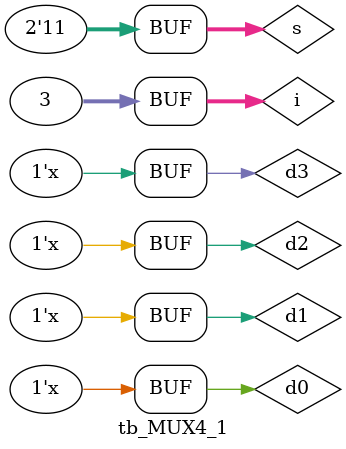
<source format=sv>
module sim;

    initial begin
        $dumpfile("dump.vcd");
        $dumpvars;
        #120
        $finish;
    end

endmodule

module tb_MUX4_1;

    reg d0, d1, d2, d3;
    reg [1:0] s;
    wire y;
    integer i;

    MUX4_1 mux(.data({d0, d1, d2, d3}), .sel(s), .y(y));

    always #1 d0 = ~d0;
    always #2 d1 = ~d1;
    always #4 d2 = ~d2;
    always #6 d3 = ~d3;

    initial begin
        d0 = 1'b0;
        d1 = 1'b0;
        d2 = 1'b0;
        d3 = 1'b0;
        s = 2'h0;

        for (i = 0; i < 3; i = i + 1)
            #30 s = s + 1'b1;
    end

endmodule
</source>
